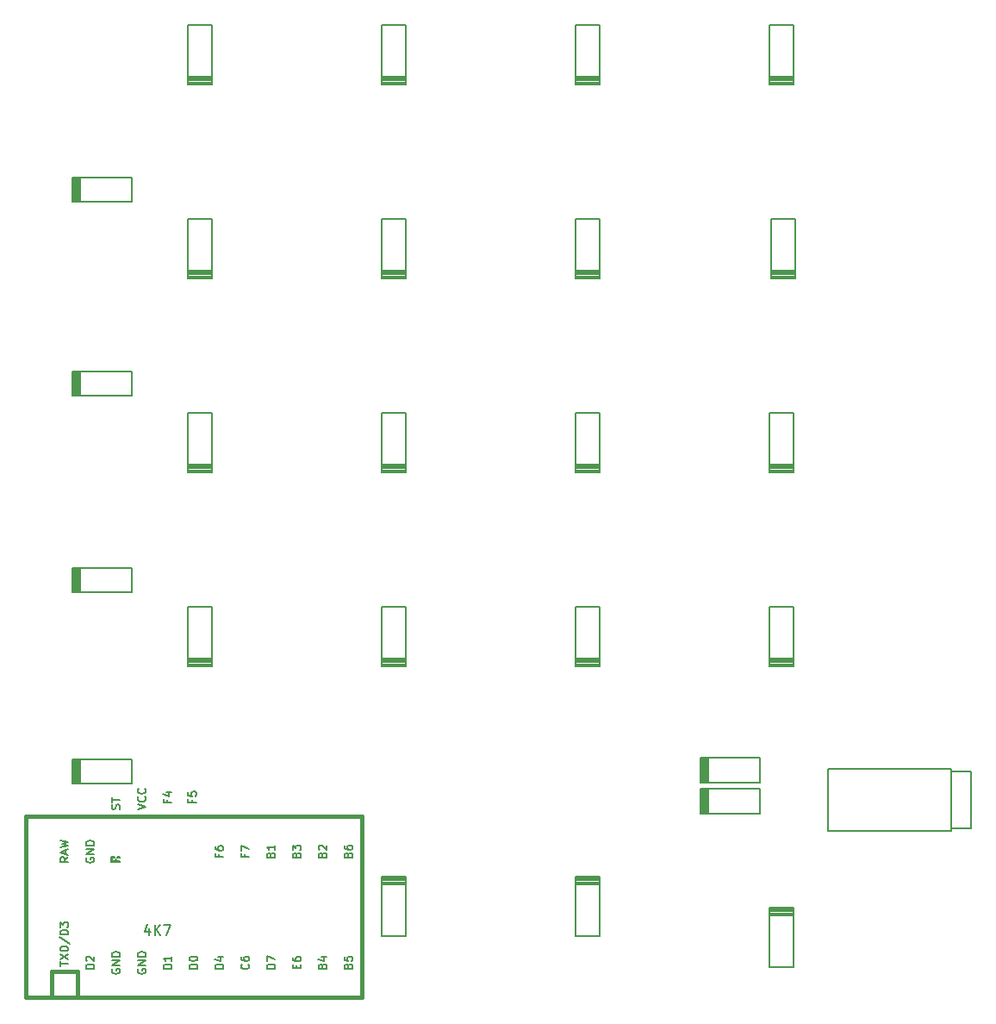
<source format=gbr>
G04 #@! TF.GenerationSoftware,KiCad,Pcbnew,5.1.3-ffb9f22~84~ubuntu19.04.1*
G04 #@! TF.CreationDate,2019-08-05T11:02:01+08:00*
G04 #@! TF.ProjectId,fissure,66697373-7572-4652-9e6b-696361645f70,rev?*
G04 #@! TF.SameCoordinates,Original*
G04 #@! TF.FileFunction,Legend,Top*
G04 #@! TF.FilePolarity,Positive*
%FSLAX46Y46*%
G04 Gerber Fmt 4.6, Leading zero omitted, Abs format (unit mm)*
G04 Created by KiCad (PCBNEW 5.1.3-ffb9f22~84~ubuntu19.04.1) date 2019-08-05 11:02:01*
%MOMM*%
%LPD*%
G04 APERTURE LIST*
%ADD10C,0.150000*%
%ADD11C,0.200000*%
%ADD12C,0.381000*%
G04 APERTURE END LIST*
D10*
X35282285Y-105957714D02*
X35282285Y-106624380D01*
X35044190Y-105576761D02*
X34806095Y-106291047D01*
X35425142Y-106291047D01*
X35806095Y-106624380D02*
X35806095Y-105624380D01*
X36377523Y-106624380D02*
X35948952Y-106052952D01*
X36377523Y-105624380D02*
X35806095Y-106195809D01*
X36710857Y-105624380D02*
X37377523Y-105624380D01*
X36948952Y-106624380D01*
D11*
X60509000Y-74416000D02*
X60509000Y-80216000D01*
X58109000Y-74416000D02*
X60509000Y-74416000D01*
X58109000Y-80216000D02*
X58109000Y-74416000D01*
X58109000Y-80141000D02*
X60509000Y-80141000D01*
X58109000Y-80016000D02*
X60509000Y-80016000D01*
X60509000Y-80241000D02*
X58109000Y-80241000D01*
X58109000Y-79841000D02*
X60509000Y-79841000D01*
X58109000Y-79666000D02*
X60509000Y-79666000D01*
X58109000Y-79491000D02*
X60509000Y-79491000D01*
D12*
X25654000Y-110236000D02*
X25654000Y-112776000D01*
X23114000Y-112776000D02*
X25654000Y-112776000D01*
X23114000Y-94996000D02*
X23114000Y-112776000D01*
X25654000Y-94996000D02*
X23114000Y-94996000D01*
D10*
G36*
X32133360Y-98954432D02*
G01*
X32333360Y-98954432D01*
X32333360Y-99054432D01*
X32133360Y-99054432D01*
X32133360Y-98954432D01*
G37*
X32133360Y-98954432D02*
X32333360Y-98954432D01*
X32333360Y-99054432D01*
X32133360Y-99054432D01*
X32133360Y-98954432D01*
G36*
X31533360Y-99354432D02*
G01*
X32333360Y-99354432D01*
X32333360Y-99454432D01*
X31533360Y-99454432D01*
X31533360Y-99354432D01*
G37*
X31533360Y-99354432D02*
X32333360Y-99354432D01*
X32333360Y-99454432D01*
X31533360Y-99454432D01*
X31533360Y-99354432D01*
G36*
X31533360Y-98954432D02*
G01*
X31633360Y-98954432D01*
X31633360Y-99454432D01*
X31533360Y-99454432D01*
X31533360Y-98954432D01*
G37*
X31533360Y-98954432D02*
X31633360Y-98954432D01*
X31633360Y-99454432D01*
X31533360Y-99454432D01*
X31533360Y-98954432D01*
G36*
X31933360Y-99154432D02*
G01*
X32033360Y-99154432D01*
X32033360Y-99254432D01*
X31933360Y-99254432D01*
X31933360Y-99154432D01*
G37*
X31933360Y-99154432D02*
X32033360Y-99154432D01*
X32033360Y-99254432D01*
X31933360Y-99254432D01*
X31933360Y-99154432D01*
G36*
X31533360Y-98954432D02*
G01*
X31833360Y-98954432D01*
X31833360Y-99054432D01*
X31533360Y-99054432D01*
X31533360Y-98954432D01*
G37*
X31533360Y-98954432D02*
X31833360Y-98954432D01*
X31833360Y-99054432D01*
X31533360Y-99054432D01*
X31533360Y-98954432D01*
D12*
X28194000Y-110236000D02*
X28194000Y-112776000D01*
X25654000Y-110236000D02*
X28194000Y-110236000D01*
X56134000Y-94996000D02*
X25654000Y-94996000D01*
X56134000Y-112776000D02*
X56134000Y-94996000D01*
X25654000Y-112776000D02*
X56134000Y-112776000D01*
D11*
X58109000Y-106686000D02*
X58109000Y-100886000D01*
X60509000Y-106686000D02*
X58109000Y-106686000D01*
X60509000Y-100886000D02*
X60509000Y-106686000D01*
X60509000Y-100961000D02*
X58109000Y-100961000D01*
X60509000Y-101086000D02*
X58109000Y-101086000D01*
X58109000Y-100861000D02*
X60509000Y-100861000D01*
X60509000Y-101261000D02*
X58109000Y-101261000D01*
X60509000Y-101436000D02*
X58109000Y-101436000D01*
X60509000Y-101611000D02*
X58109000Y-101611000D01*
X96209000Y-109734000D02*
X96209000Y-103934000D01*
X98609000Y-109734000D02*
X96209000Y-109734000D01*
X98609000Y-103934000D02*
X98609000Y-109734000D01*
X98609000Y-104009000D02*
X96209000Y-104009000D01*
X98609000Y-104134000D02*
X96209000Y-104134000D01*
X96209000Y-103909000D02*
X98609000Y-103909000D01*
X98609000Y-104309000D02*
X96209000Y-104309000D01*
X98609000Y-104484000D02*
X96209000Y-104484000D01*
X98609000Y-104659000D02*
X96209000Y-104659000D01*
X95256000Y-94672000D02*
X89456000Y-94672000D01*
X95256000Y-92272000D02*
X95256000Y-94672000D01*
X89456000Y-92272000D02*
X95256000Y-92272000D01*
X89531000Y-92272000D02*
X89531000Y-94672000D01*
X89656000Y-92272000D02*
X89656000Y-94672000D01*
X89431000Y-94672000D02*
X89431000Y-92272000D01*
X89831000Y-92272000D02*
X89831000Y-94672000D01*
X90006000Y-92272000D02*
X90006000Y-94672000D01*
X90181000Y-92272000D02*
X90181000Y-94672000D01*
X95256000Y-91624000D02*
X89456000Y-91624000D01*
X95256000Y-89224000D02*
X95256000Y-91624000D01*
X89456000Y-89224000D02*
X95256000Y-89224000D01*
X89531000Y-89224000D02*
X89531000Y-91624000D01*
X89656000Y-89224000D02*
X89656000Y-91624000D01*
X89431000Y-91624000D02*
X89431000Y-89224000D01*
X89831000Y-89224000D02*
X89831000Y-91624000D01*
X90006000Y-89224000D02*
X90006000Y-91624000D01*
X90181000Y-89224000D02*
X90181000Y-91624000D01*
X98609000Y-74416000D02*
X98609000Y-80216000D01*
X96209000Y-74416000D02*
X98609000Y-74416000D01*
X96209000Y-80216000D02*
X96209000Y-74416000D01*
X96209000Y-80141000D02*
X98609000Y-80141000D01*
X96209000Y-80016000D02*
X98609000Y-80016000D01*
X98609000Y-80241000D02*
X96209000Y-80241000D01*
X96209000Y-79841000D02*
X98609000Y-79841000D01*
X96209000Y-79666000D02*
X98609000Y-79666000D01*
X96209000Y-79491000D02*
X98609000Y-79491000D01*
X98609000Y-55366000D02*
X98609000Y-61166000D01*
X96209000Y-55366000D02*
X98609000Y-55366000D01*
X96209000Y-61166000D02*
X96209000Y-55366000D01*
X96209000Y-61091000D02*
X98609000Y-61091000D01*
X96209000Y-60966000D02*
X98609000Y-60966000D01*
X98609000Y-61191000D02*
X96209000Y-61191000D01*
X96209000Y-60791000D02*
X98609000Y-60791000D01*
X96209000Y-60616000D02*
X98609000Y-60616000D01*
X96209000Y-60441000D02*
X98609000Y-60441000D01*
X96336000Y-41391000D02*
X98736000Y-41391000D01*
X96336000Y-41566000D02*
X98736000Y-41566000D01*
X96336000Y-41741000D02*
X98736000Y-41741000D01*
X98736000Y-42141000D02*
X96336000Y-42141000D01*
X96336000Y-41916000D02*
X98736000Y-41916000D01*
X96336000Y-42041000D02*
X98736000Y-42041000D01*
X96336000Y-42116000D02*
X96336000Y-36316000D01*
X96336000Y-36316000D02*
X98736000Y-36316000D01*
X98736000Y-36316000D02*
X98736000Y-42116000D01*
X98609000Y-17266000D02*
X98609000Y-23066000D01*
X96209000Y-17266000D02*
X98609000Y-17266000D01*
X96209000Y-23066000D02*
X96209000Y-17266000D01*
X96209000Y-22991000D02*
X98609000Y-22991000D01*
X96209000Y-22866000D02*
X98609000Y-22866000D01*
X98609000Y-23091000D02*
X96209000Y-23091000D01*
X96209000Y-22691000D02*
X98609000Y-22691000D01*
X96209000Y-22516000D02*
X98609000Y-22516000D01*
X96209000Y-22341000D02*
X98609000Y-22341000D01*
X77159000Y-106686000D02*
X77159000Y-100886000D01*
X79559000Y-106686000D02*
X77159000Y-106686000D01*
X79559000Y-100886000D02*
X79559000Y-106686000D01*
X79559000Y-100961000D02*
X77159000Y-100961000D01*
X79559000Y-101086000D02*
X77159000Y-101086000D01*
X77159000Y-100861000D02*
X79559000Y-100861000D01*
X79559000Y-101261000D02*
X77159000Y-101261000D01*
X79559000Y-101436000D02*
X77159000Y-101436000D01*
X79559000Y-101611000D02*
X77159000Y-101611000D01*
X79559000Y-74416000D02*
X79559000Y-80216000D01*
X77159000Y-74416000D02*
X79559000Y-74416000D01*
X77159000Y-80216000D02*
X77159000Y-74416000D01*
X77159000Y-80141000D02*
X79559000Y-80141000D01*
X77159000Y-80016000D02*
X79559000Y-80016000D01*
X79559000Y-80241000D02*
X77159000Y-80241000D01*
X77159000Y-79841000D02*
X79559000Y-79841000D01*
X77159000Y-79666000D02*
X79559000Y-79666000D01*
X77159000Y-79491000D02*
X79559000Y-79491000D01*
X79559000Y-55366000D02*
X79559000Y-61166000D01*
X77159000Y-55366000D02*
X79559000Y-55366000D01*
X77159000Y-61166000D02*
X77159000Y-55366000D01*
X77159000Y-61091000D02*
X79559000Y-61091000D01*
X77159000Y-60966000D02*
X79559000Y-60966000D01*
X79559000Y-61191000D02*
X77159000Y-61191000D01*
X77159000Y-60791000D02*
X79559000Y-60791000D01*
X77159000Y-60616000D02*
X79559000Y-60616000D01*
X77159000Y-60441000D02*
X79559000Y-60441000D01*
X79559000Y-36316000D02*
X79559000Y-42116000D01*
X77159000Y-36316000D02*
X79559000Y-36316000D01*
X77159000Y-42116000D02*
X77159000Y-36316000D01*
X77159000Y-42041000D02*
X79559000Y-42041000D01*
X77159000Y-41916000D02*
X79559000Y-41916000D01*
X79559000Y-42141000D02*
X77159000Y-42141000D01*
X77159000Y-41741000D02*
X79559000Y-41741000D01*
X77159000Y-41566000D02*
X79559000Y-41566000D01*
X77159000Y-41391000D02*
X79559000Y-41391000D01*
X79559000Y-17266000D02*
X79559000Y-23066000D01*
X77159000Y-17266000D02*
X79559000Y-17266000D01*
X77159000Y-23066000D02*
X77159000Y-17266000D01*
X77159000Y-22991000D02*
X79559000Y-22991000D01*
X77159000Y-22866000D02*
X79559000Y-22866000D01*
X79559000Y-23091000D02*
X77159000Y-23091000D01*
X77159000Y-22691000D02*
X79559000Y-22691000D01*
X77159000Y-22516000D02*
X79559000Y-22516000D01*
X77159000Y-22341000D02*
X79559000Y-22341000D01*
X60509000Y-55366000D02*
X60509000Y-61166000D01*
X58109000Y-55366000D02*
X60509000Y-55366000D01*
X58109000Y-61166000D02*
X58109000Y-55366000D01*
X58109000Y-61091000D02*
X60509000Y-61091000D01*
X58109000Y-60966000D02*
X60509000Y-60966000D01*
X60509000Y-61191000D02*
X58109000Y-61191000D01*
X58109000Y-60791000D02*
X60509000Y-60791000D01*
X58109000Y-60616000D02*
X60509000Y-60616000D01*
X58109000Y-60441000D02*
X60509000Y-60441000D01*
X60509000Y-36316000D02*
X60509000Y-42116000D01*
X58109000Y-36316000D02*
X60509000Y-36316000D01*
X58109000Y-42116000D02*
X58109000Y-36316000D01*
X58109000Y-42041000D02*
X60509000Y-42041000D01*
X58109000Y-41916000D02*
X60509000Y-41916000D01*
X60509000Y-42141000D02*
X58109000Y-42141000D01*
X58109000Y-41741000D02*
X60509000Y-41741000D01*
X58109000Y-41566000D02*
X60509000Y-41566000D01*
X58109000Y-41391000D02*
X60509000Y-41391000D01*
X60509000Y-17266000D02*
X60509000Y-23066000D01*
X58109000Y-17266000D02*
X60509000Y-17266000D01*
X58109000Y-23066000D02*
X58109000Y-17266000D01*
X58109000Y-22991000D02*
X60509000Y-22991000D01*
X58109000Y-22866000D02*
X60509000Y-22866000D01*
X60509000Y-23091000D02*
X58109000Y-23091000D01*
X58109000Y-22691000D02*
X60509000Y-22691000D01*
X58109000Y-22516000D02*
X60509000Y-22516000D01*
X58109000Y-22341000D02*
X60509000Y-22341000D01*
X41459000Y-74416000D02*
X41459000Y-80216000D01*
X39059000Y-74416000D02*
X41459000Y-74416000D01*
X39059000Y-80216000D02*
X39059000Y-74416000D01*
X39059000Y-80141000D02*
X41459000Y-80141000D01*
X39059000Y-80016000D02*
X41459000Y-80016000D01*
X41459000Y-80241000D02*
X39059000Y-80241000D01*
X39059000Y-79841000D02*
X41459000Y-79841000D01*
X39059000Y-79666000D02*
X41459000Y-79666000D01*
X39059000Y-79491000D02*
X41459000Y-79491000D01*
X41459000Y-55366000D02*
X41459000Y-61166000D01*
X39059000Y-55366000D02*
X41459000Y-55366000D01*
X39059000Y-61166000D02*
X39059000Y-55366000D01*
X39059000Y-61091000D02*
X41459000Y-61091000D01*
X39059000Y-60966000D02*
X41459000Y-60966000D01*
X41459000Y-61191000D02*
X39059000Y-61191000D01*
X39059000Y-60791000D02*
X41459000Y-60791000D01*
X39059000Y-60616000D02*
X41459000Y-60616000D01*
X39059000Y-60441000D02*
X41459000Y-60441000D01*
X41459000Y-36316000D02*
X41459000Y-42116000D01*
X39059000Y-36316000D02*
X41459000Y-36316000D01*
X39059000Y-42116000D02*
X39059000Y-36316000D01*
X39059000Y-42041000D02*
X41459000Y-42041000D01*
X39059000Y-41916000D02*
X41459000Y-41916000D01*
X41459000Y-42141000D02*
X39059000Y-42141000D01*
X39059000Y-41741000D02*
X41459000Y-41741000D01*
X39059000Y-41566000D02*
X41459000Y-41566000D01*
X39059000Y-41391000D02*
X41459000Y-41391000D01*
X41459000Y-17266000D02*
X41459000Y-23066000D01*
X39059000Y-17266000D02*
X41459000Y-17266000D01*
X39059000Y-23066000D02*
X39059000Y-17266000D01*
X39059000Y-22991000D02*
X41459000Y-22991000D01*
X39059000Y-22866000D02*
X41459000Y-22866000D01*
X41459000Y-23091000D02*
X39059000Y-23091000D01*
X39059000Y-22691000D02*
X41459000Y-22691000D01*
X39059000Y-22516000D02*
X41459000Y-22516000D01*
X39059000Y-22341000D02*
X41459000Y-22341000D01*
X33534000Y-91751000D02*
X27734000Y-91751000D01*
X33534000Y-89351000D02*
X33534000Y-91751000D01*
X27734000Y-89351000D02*
X33534000Y-89351000D01*
X27809000Y-89351000D02*
X27809000Y-91751000D01*
X27934000Y-89351000D02*
X27934000Y-91751000D01*
X27709000Y-91751000D02*
X27709000Y-89351000D01*
X28109000Y-89351000D02*
X28109000Y-91751000D01*
X28284000Y-89351000D02*
X28284000Y-91751000D01*
X28459000Y-89351000D02*
X28459000Y-91751000D01*
X33534000Y-72955000D02*
X27734000Y-72955000D01*
X33534000Y-70555000D02*
X33534000Y-72955000D01*
X27734000Y-70555000D02*
X33534000Y-70555000D01*
X27809000Y-70555000D02*
X27809000Y-72955000D01*
X27934000Y-70555000D02*
X27934000Y-72955000D01*
X27709000Y-72955000D02*
X27709000Y-70555000D01*
X28109000Y-70555000D02*
X28109000Y-72955000D01*
X28284000Y-70555000D02*
X28284000Y-72955000D01*
X28459000Y-70555000D02*
X28459000Y-72955000D01*
X33534000Y-53651000D02*
X27734000Y-53651000D01*
X33534000Y-51251000D02*
X33534000Y-53651000D01*
X27734000Y-51251000D02*
X33534000Y-51251000D01*
X27809000Y-51251000D02*
X27809000Y-53651000D01*
X27934000Y-51251000D02*
X27934000Y-53651000D01*
X27709000Y-53651000D02*
X27709000Y-51251000D01*
X28109000Y-51251000D02*
X28109000Y-53651000D01*
X28284000Y-51251000D02*
X28284000Y-53651000D01*
X28459000Y-51251000D02*
X28459000Y-53651000D01*
X33534000Y-34601000D02*
X27734000Y-34601000D01*
X33534000Y-32201000D02*
X33534000Y-34601000D01*
X27734000Y-32201000D02*
X33534000Y-32201000D01*
X27809000Y-32201000D02*
X27809000Y-34601000D01*
X27934000Y-32201000D02*
X27934000Y-34601000D01*
X27709000Y-34601000D02*
X27709000Y-32201000D01*
X28109000Y-32201000D02*
X28109000Y-34601000D01*
X28284000Y-32201000D02*
X28284000Y-34601000D01*
X28459000Y-32201000D02*
X28459000Y-34601000D01*
D10*
X114046000Y-96395000D02*
X114046000Y-90295000D01*
X101946000Y-96395000D02*
X101946000Y-90295000D01*
X114046000Y-96395000D02*
X101946000Y-96395000D01*
X114046000Y-90295000D02*
X101946000Y-90295000D01*
X114046000Y-96145000D02*
X116046000Y-96145000D01*
X114046000Y-90545000D02*
X116046000Y-90545000D01*
X116046000Y-96145000D02*
X116046000Y-90545000D01*
X26485904Y-109648348D02*
X26485904Y-109191205D01*
X27285904Y-109419776D02*
X26485904Y-109419776D01*
X26485904Y-109000729D02*
X27285904Y-108467395D01*
X26485904Y-108467395D02*
X27285904Y-109000729D01*
X26485904Y-108010252D02*
X26485904Y-107934062D01*
X26524000Y-107857872D01*
X26562095Y-107819776D01*
X26638285Y-107781681D01*
X26790666Y-107743586D01*
X26981142Y-107743586D01*
X27133523Y-107781681D01*
X27209714Y-107819776D01*
X27247809Y-107857872D01*
X27285904Y-107934062D01*
X27285904Y-108010252D01*
X27247809Y-108086443D01*
X27209714Y-108124538D01*
X27133523Y-108162633D01*
X26981142Y-108200729D01*
X26790666Y-108200729D01*
X26638285Y-108162633D01*
X26562095Y-108124538D01*
X26524000Y-108086443D01*
X26485904Y-108010252D01*
X26447809Y-106829300D02*
X27476380Y-107515014D01*
X27285904Y-106562633D02*
X26485904Y-106562633D01*
X26485904Y-106372157D01*
X26524000Y-106257872D01*
X26600190Y-106181681D01*
X26676380Y-106143586D01*
X26828761Y-106105491D01*
X26943047Y-106105491D01*
X27095428Y-106143586D01*
X27171619Y-106181681D01*
X27247809Y-106257872D01*
X27285904Y-106372157D01*
X27285904Y-106562633D01*
X26485904Y-105838824D02*
X26485904Y-105343586D01*
X26790666Y-105610252D01*
X26790666Y-105495967D01*
X26828761Y-105419776D01*
X26866857Y-105381681D01*
X26943047Y-105343586D01*
X27133523Y-105343586D01*
X27209714Y-105381681D01*
X27247809Y-105419776D01*
X27285904Y-105495967D01*
X27285904Y-105724538D01*
X27247809Y-105800729D01*
X27209714Y-105838824D01*
X29825904Y-109937476D02*
X29025904Y-109937476D01*
X29025904Y-109747000D01*
X29064000Y-109632714D01*
X29140190Y-109556523D01*
X29216380Y-109518428D01*
X29368761Y-109480333D01*
X29483047Y-109480333D01*
X29635428Y-109518428D01*
X29711619Y-109556523D01*
X29787809Y-109632714D01*
X29825904Y-109747000D01*
X29825904Y-109937476D01*
X29102095Y-109175571D02*
X29064000Y-109137476D01*
X29025904Y-109061285D01*
X29025904Y-108870809D01*
X29064000Y-108794619D01*
X29102095Y-108756523D01*
X29178285Y-108718428D01*
X29254476Y-108718428D01*
X29368761Y-108756523D01*
X29825904Y-109213666D01*
X29825904Y-108718428D01*
X39985904Y-109937476D02*
X39185904Y-109937476D01*
X39185904Y-109747000D01*
X39224000Y-109632714D01*
X39300190Y-109556523D01*
X39376380Y-109518428D01*
X39528761Y-109480333D01*
X39643047Y-109480333D01*
X39795428Y-109518428D01*
X39871619Y-109556523D01*
X39947809Y-109632714D01*
X39985904Y-109747000D01*
X39985904Y-109937476D01*
X39185904Y-108985095D02*
X39185904Y-108908904D01*
X39224000Y-108832714D01*
X39262095Y-108794619D01*
X39338285Y-108756523D01*
X39490666Y-108718428D01*
X39681142Y-108718428D01*
X39833523Y-108756523D01*
X39909714Y-108794619D01*
X39947809Y-108832714D01*
X39985904Y-108908904D01*
X39985904Y-108985095D01*
X39947809Y-109061285D01*
X39909714Y-109099380D01*
X39833523Y-109137476D01*
X39681142Y-109175571D01*
X39490666Y-109175571D01*
X39338285Y-109137476D01*
X39262095Y-109099380D01*
X39224000Y-109061285D01*
X39185904Y-108985095D01*
X37445904Y-109937476D02*
X36645904Y-109937476D01*
X36645904Y-109747000D01*
X36684000Y-109632714D01*
X36760190Y-109556523D01*
X36836380Y-109518428D01*
X36988761Y-109480333D01*
X37103047Y-109480333D01*
X37255428Y-109518428D01*
X37331619Y-109556523D01*
X37407809Y-109632714D01*
X37445904Y-109747000D01*
X37445904Y-109937476D01*
X37445904Y-108718428D02*
X37445904Y-109175571D01*
X37445904Y-108947000D02*
X36645904Y-108947000D01*
X36760190Y-109023190D01*
X36836380Y-109099380D01*
X36874476Y-109175571D01*
X34144000Y-109956523D02*
X34105904Y-110032714D01*
X34105904Y-110147000D01*
X34144000Y-110261285D01*
X34220190Y-110337476D01*
X34296380Y-110375571D01*
X34448761Y-110413666D01*
X34563047Y-110413666D01*
X34715428Y-110375571D01*
X34791619Y-110337476D01*
X34867809Y-110261285D01*
X34905904Y-110147000D01*
X34905904Y-110070809D01*
X34867809Y-109956523D01*
X34829714Y-109918428D01*
X34563047Y-109918428D01*
X34563047Y-110070809D01*
X34905904Y-109575571D02*
X34105904Y-109575571D01*
X34905904Y-109118428D01*
X34105904Y-109118428D01*
X34905904Y-108737476D02*
X34105904Y-108737476D01*
X34105904Y-108547000D01*
X34144000Y-108432714D01*
X34220190Y-108356523D01*
X34296380Y-108318428D01*
X34448761Y-108280333D01*
X34563047Y-108280333D01*
X34715428Y-108318428D01*
X34791619Y-108356523D01*
X34867809Y-108432714D01*
X34905904Y-108547000D01*
X34905904Y-108737476D01*
X31604000Y-109956523D02*
X31565904Y-110032714D01*
X31565904Y-110147000D01*
X31604000Y-110261285D01*
X31680190Y-110337476D01*
X31756380Y-110375571D01*
X31908761Y-110413666D01*
X32023047Y-110413666D01*
X32175428Y-110375571D01*
X32251619Y-110337476D01*
X32327809Y-110261285D01*
X32365904Y-110147000D01*
X32365904Y-110070809D01*
X32327809Y-109956523D01*
X32289714Y-109918428D01*
X32023047Y-109918428D01*
X32023047Y-110070809D01*
X32365904Y-109575571D02*
X31565904Y-109575571D01*
X32365904Y-109118428D01*
X31565904Y-109118428D01*
X32365904Y-108737476D02*
X31565904Y-108737476D01*
X31565904Y-108547000D01*
X31604000Y-108432714D01*
X31680190Y-108356523D01*
X31756380Y-108318428D01*
X31908761Y-108280333D01*
X32023047Y-108280333D01*
X32175428Y-108318428D01*
X32251619Y-108356523D01*
X32327809Y-108432714D01*
X32365904Y-108547000D01*
X32365904Y-108737476D01*
X42525904Y-109937476D02*
X41725904Y-109937476D01*
X41725904Y-109747000D01*
X41764000Y-109632714D01*
X41840190Y-109556523D01*
X41916380Y-109518428D01*
X42068761Y-109480333D01*
X42183047Y-109480333D01*
X42335428Y-109518428D01*
X42411619Y-109556523D01*
X42487809Y-109632714D01*
X42525904Y-109747000D01*
X42525904Y-109937476D01*
X41992571Y-108794619D02*
X42525904Y-108794619D01*
X41687809Y-108985095D02*
X42259238Y-109175571D01*
X42259238Y-108680333D01*
X44989714Y-109480333D02*
X45027809Y-109518428D01*
X45065904Y-109632714D01*
X45065904Y-109708904D01*
X45027809Y-109823190D01*
X44951619Y-109899380D01*
X44875428Y-109937476D01*
X44723047Y-109975571D01*
X44608761Y-109975571D01*
X44456380Y-109937476D01*
X44380190Y-109899380D01*
X44304000Y-109823190D01*
X44265904Y-109708904D01*
X44265904Y-109632714D01*
X44304000Y-109518428D01*
X44342095Y-109480333D01*
X44265904Y-108794619D02*
X44265904Y-108947000D01*
X44304000Y-109023190D01*
X44342095Y-109061285D01*
X44456380Y-109137476D01*
X44608761Y-109175571D01*
X44913523Y-109175571D01*
X44989714Y-109137476D01*
X45027809Y-109099380D01*
X45065904Y-109023190D01*
X45065904Y-108870809D01*
X45027809Y-108794619D01*
X44989714Y-108756523D01*
X44913523Y-108718428D01*
X44723047Y-108718428D01*
X44646857Y-108756523D01*
X44608761Y-108794619D01*
X44570666Y-108870809D01*
X44570666Y-109023190D01*
X44608761Y-109099380D01*
X44646857Y-109137476D01*
X44723047Y-109175571D01*
X47605904Y-109937476D02*
X46805904Y-109937476D01*
X46805904Y-109747000D01*
X46844000Y-109632714D01*
X46920190Y-109556523D01*
X46996380Y-109518428D01*
X47148761Y-109480333D01*
X47263047Y-109480333D01*
X47415428Y-109518428D01*
X47491619Y-109556523D01*
X47567809Y-109632714D01*
X47605904Y-109747000D01*
X47605904Y-109937476D01*
X46805904Y-109213666D02*
X46805904Y-108680333D01*
X47605904Y-109023190D01*
X49726857Y-109899380D02*
X49726857Y-109632714D01*
X50145904Y-109518428D02*
X50145904Y-109899380D01*
X49345904Y-109899380D01*
X49345904Y-109518428D01*
X49345904Y-108832714D02*
X49345904Y-108985095D01*
X49384000Y-109061285D01*
X49422095Y-109099380D01*
X49536380Y-109175571D01*
X49688761Y-109213666D01*
X49993523Y-109213666D01*
X50069714Y-109175571D01*
X50107809Y-109137476D01*
X50145904Y-109061285D01*
X50145904Y-108908904D01*
X50107809Y-108832714D01*
X50069714Y-108794619D01*
X49993523Y-108756523D01*
X49803047Y-108756523D01*
X49726857Y-108794619D01*
X49688761Y-108832714D01*
X49650666Y-108908904D01*
X49650666Y-109061285D01*
X49688761Y-109137476D01*
X49726857Y-109175571D01*
X49803047Y-109213666D01*
X52266857Y-109670809D02*
X52304952Y-109556523D01*
X52343047Y-109518428D01*
X52419238Y-109480333D01*
X52533523Y-109480333D01*
X52609714Y-109518428D01*
X52647809Y-109556523D01*
X52685904Y-109632714D01*
X52685904Y-109937476D01*
X51885904Y-109937476D01*
X51885904Y-109670809D01*
X51924000Y-109594619D01*
X51962095Y-109556523D01*
X52038285Y-109518428D01*
X52114476Y-109518428D01*
X52190666Y-109556523D01*
X52228761Y-109594619D01*
X52266857Y-109670809D01*
X52266857Y-109937476D01*
X52152571Y-108794619D02*
X52685904Y-108794619D01*
X51847809Y-108985095D02*
X52419238Y-109175571D01*
X52419238Y-108680333D01*
X54806857Y-109670809D02*
X54844952Y-109556523D01*
X54883047Y-109518428D01*
X54959238Y-109480333D01*
X55073523Y-109480333D01*
X55149714Y-109518428D01*
X55187809Y-109556523D01*
X55225904Y-109632714D01*
X55225904Y-109937476D01*
X54425904Y-109937476D01*
X54425904Y-109670809D01*
X54464000Y-109594619D01*
X54502095Y-109556523D01*
X54578285Y-109518428D01*
X54654476Y-109518428D01*
X54730666Y-109556523D01*
X54768761Y-109594619D01*
X54806857Y-109670809D01*
X54806857Y-109937476D01*
X54425904Y-108756523D02*
X54425904Y-109137476D01*
X54806857Y-109175571D01*
X54768761Y-109137476D01*
X54730666Y-109061285D01*
X54730666Y-108870809D01*
X54768761Y-108794619D01*
X54806857Y-108756523D01*
X54883047Y-108718428D01*
X55073523Y-108718428D01*
X55149714Y-108756523D01*
X55187809Y-108794619D01*
X55225904Y-108870809D01*
X55225904Y-109061285D01*
X55187809Y-109137476D01*
X55149714Y-109175571D01*
X54806857Y-98748809D02*
X54844952Y-98634523D01*
X54883047Y-98596428D01*
X54959238Y-98558333D01*
X55073523Y-98558333D01*
X55149714Y-98596428D01*
X55187809Y-98634523D01*
X55225904Y-98710714D01*
X55225904Y-99015476D01*
X54425904Y-99015476D01*
X54425904Y-98748809D01*
X54464000Y-98672619D01*
X54502095Y-98634523D01*
X54578285Y-98596428D01*
X54654476Y-98596428D01*
X54730666Y-98634523D01*
X54768761Y-98672619D01*
X54806857Y-98748809D01*
X54806857Y-99015476D01*
X54425904Y-97872619D02*
X54425904Y-98025000D01*
X54464000Y-98101190D01*
X54502095Y-98139285D01*
X54616380Y-98215476D01*
X54768761Y-98253571D01*
X55073523Y-98253571D01*
X55149714Y-98215476D01*
X55187809Y-98177380D01*
X55225904Y-98101190D01*
X55225904Y-97948809D01*
X55187809Y-97872619D01*
X55149714Y-97834523D01*
X55073523Y-97796428D01*
X54883047Y-97796428D01*
X54806857Y-97834523D01*
X54768761Y-97872619D01*
X54730666Y-97948809D01*
X54730666Y-98101190D01*
X54768761Y-98177380D01*
X54806857Y-98215476D01*
X54883047Y-98253571D01*
X49726857Y-98748809D02*
X49764952Y-98634523D01*
X49803047Y-98596428D01*
X49879238Y-98558333D01*
X49993523Y-98558333D01*
X50069714Y-98596428D01*
X50107809Y-98634523D01*
X50145904Y-98710714D01*
X50145904Y-99015476D01*
X49345904Y-99015476D01*
X49345904Y-98748809D01*
X49384000Y-98672619D01*
X49422095Y-98634523D01*
X49498285Y-98596428D01*
X49574476Y-98596428D01*
X49650666Y-98634523D01*
X49688761Y-98672619D01*
X49726857Y-98748809D01*
X49726857Y-99015476D01*
X49345904Y-98291666D02*
X49345904Y-97796428D01*
X49650666Y-98063095D01*
X49650666Y-97948809D01*
X49688761Y-97872619D01*
X49726857Y-97834523D01*
X49803047Y-97796428D01*
X49993523Y-97796428D01*
X50069714Y-97834523D01*
X50107809Y-97872619D01*
X50145904Y-97948809D01*
X50145904Y-98177380D01*
X50107809Y-98253571D01*
X50069714Y-98291666D01*
X47186857Y-98748809D02*
X47224952Y-98634523D01*
X47263047Y-98596428D01*
X47339238Y-98558333D01*
X47453523Y-98558333D01*
X47529714Y-98596428D01*
X47567809Y-98634523D01*
X47605904Y-98710714D01*
X47605904Y-99015476D01*
X46805904Y-99015476D01*
X46805904Y-98748809D01*
X46844000Y-98672619D01*
X46882095Y-98634523D01*
X46958285Y-98596428D01*
X47034476Y-98596428D01*
X47110666Y-98634523D01*
X47148761Y-98672619D01*
X47186857Y-98748809D01*
X47186857Y-99015476D01*
X47605904Y-97796428D02*
X47605904Y-98253571D01*
X47605904Y-98025000D02*
X46805904Y-98025000D01*
X46920190Y-98101190D01*
X46996380Y-98177380D01*
X47034476Y-98253571D01*
X37026857Y-93357666D02*
X37026857Y-93624333D01*
X37445904Y-93624333D02*
X36645904Y-93624333D01*
X36645904Y-93243380D01*
X36912571Y-92595761D02*
X37445904Y-92595761D01*
X36607809Y-92786238D02*
X37179238Y-92976714D01*
X37179238Y-92481476D01*
X34105904Y-94284666D02*
X34905904Y-94018000D01*
X34105904Y-93751333D01*
X34829714Y-93027523D02*
X34867809Y-93065619D01*
X34905904Y-93179904D01*
X34905904Y-93256095D01*
X34867809Y-93370380D01*
X34791619Y-93446571D01*
X34715428Y-93484666D01*
X34563047Y-93522761D01*
X34448761Y-93522761D01*
X34296380Y-93484666D01*
X34220190Y-93446571D01*
X34144000Y-93370380D01*
X34105904Y-93256095D01*
X34105904Y-93179904D01*
X34144000Y-93065619D01*
X34182095Y-93027523D01*
X34829714Y-92227523D02*
X34867809Y-92265619D01*
X34905904Y-92379904D01*
X34905904Y-92456095D01*
X34867809Y-92570380D01*
X34791619Y-92646571D01*
X34715428Y-92684666D01*
X34563047Y-92722761D01*
X34448761Y-92722761D01*
X34296380Y-92684666D01*
X34220190Y-92646571D01*
X34144000Y-92570380D01*
X34105904Y-92456095D01*
X34105904Y-92379904D01*
X34144000Y-92265619D01*
X34182095Y-92227523D01*
X32327809Y-94259333D02*
X32365904Y-94145047D01*
X32365904Y-93954571D01*
X32327809Y-93878380D01*
X32289714Y-93840285D01*
X32213523Y-93802190D01*
X32137333Y-93802190D01*
X32061142Y-93840285D01*
X32023047Y-93878380D01*
X31984952Y-93954571D01*
X31946857Y-94106952D01*
X31908761Y-94183142D01*
X31870666Y-94221238D01*
X31794476Y-94259333D01*
X31718285Y-94259333D01*
X31642095Y-94221238D01*
X31604000Y-94183142D01*
X31565904Y-94106952D01*
X31565904Y-93916476D01*
X31604000Y-93802190D01*
X31565904Y-93573619D02*
X31565904Y-93116476D01*
X32365904Y-93345047D02*
X31565904Y-93345047D01*
X29064000Y-99034523D02*
X29025904Y-99110714D01*
X29025904Y-99225000D01*
X29064000Y-99339285D01*
X29140190Y-99415476D01*
X29216380Y-99453571D01*
X29368761Y-99491666D01*
X29483047Y-99491666D01*
X29635428Y-99453571D01*
X29711619Y-99415476D01*
X29787809Y-99339285D01*
X29825904Y-99225000D01*
X29825904Y-99148809D01*
X29787809Y-99034523D01*
X29749714Y-98996428D01*
X29483047Y-98996428D01*
X29483047Y-99148809D01*
X29825904Y-98653571D02*
X29025904Y-98653571D01*
X29825904Y-98196428D01*
X29025904Y-98196428D01*
X29825904Y-97815476D02*
X29025904Y-97815476D01*
X29025904Y-97625000D01*
X29064000Y-97510714D01*
X29140190Y-97434523D01*
X29216380Y-97396428D01*
X29368761Y-97358333D01*
X29483047Y-97358333D01*
X29635428Y-97396428D01*
X29711619Y-97434523D01*
X29787809Y-97510714D01*
X29825904Y-97625000D01*
X29825904Y-97815476D01*
X27285904Y-98977380D02*
X26904952Y-99244047D01*
X27285904Y-99434523D02*
X26485904Y-99434523D01*
X26485904Y-99129761D01*
X26524000Y-99053571D01*
X26562095Y-99015476D01*
X26638285Y-98977380D01*
X26752571Y-98977380D01*
X26828761Y-99015476D01*
X26866857Y-99053571D01*
X26904952Y-99129761D01*
X26904952Y-99434523D01*
X27057333Y-98672619D02*
X27057333Y-98291666D01*
X27285904Y-98748809D02*
X26485904Y-98482142D01*
X27285904Y-98215476D01*
X26485904Y-98025000D02*
X27285904Y-97834523D01*
X26714476Y-97682142D01*
X27285904Y-97529761D01*
X26485904Y-97339285D01*
X39439857Y-93357666D02*
X39439857Y-93624333D01*
X39858904Y-93624333D02*
X39058904Y-93624333D01*
X39058904Y-93243380D01*
X39058904Y-92557666D02*
X39058904Y-92938619D01*
X39439857Y-92976714D01*
X39401761Y-92938619D01*
X39363666Y-92862428D01*
X39363666Y-92671952D01*
X39401761Y-92595761D01*
X39439857Y-92557666D01*
X39516047Y-92519571D01*
X39706523Y-92519571D01*
X39782714Y-92557666D01*
X39820809Y-92595761D01*
X39858904Y-92671952D01*
X39858904Y-92862428D01*
X39820809Y-92938619D01*
X39782714Y-92976714D01*
X42106857Y-98691666D02*
X42106857Y-98958333D01*
X42525904Y-98958333D02*
X41725904Y-98958333D01*
X41725904Y-98577380D01*
X41725904Y-97929761D02*
X41725904Y-98082142D01*
X41764000Y-98158333D01*
X41802095Y-98196428D01*
X41916380Y-98272619D01*
X42068761Y-98310714D01*
X42373523Y-98310714D01*
X42449714Y-98272619D01*
X42487809Y-98234523D01*
X42525904Y-98158333D01*
X42525904Y-98005952D01*
X42487809Y-97929761D01*
X42449714Y-97891666D01*
X42373523Y-97853571D01*
X42183047Y-97853571D01*
X42106857Y-97891666D01*
X42068761Y-97929761D01*
X42030666Y-98005952D01*
X42030666Y-98158333D01*
X42068761Y-98234523D01*
X42106857Y-98272619D01*
X42183047Y-98310714D01*
X44646857Y-98691666D02*
X44646857Y-98958333D01*
X45065904Y-98958333D02*
X44265904Y-98958333D01*
X44265904Y-98577380D01*
X44265904Y-98348809D02*
X44265904Y-97815476D01*
X45065904Y-98158333D01*
X52266857Y-98748809D02*
X52304952Y-98634523D01*
X52343047Y-98596428D01*
X52419238Y-98558333D01*
X52533523Y-98558333D01*
X52609714Y-98596428D01*
X52647809Y-98634523D01*
X52685904Y-98710714D01*
X52685904Y-99015476D01*
X51885904Y-99015476D01*
X51885904Y-98748809D01*
X51924000Y-98672619D01*
X51962095Y-98634523D01*
X52038285Y-98596428D01*
X52114476Y-98596428D01*
X52190666Y-98634523D01*
X52228761Y-98672619D01*
X52266857Y-98748809D01*
X52266857Y-99015476D01*
X51962095Y-98253571D02*
X51924000Y-98215476D01*
X51885904Y-98139285D01*
X51885904Y-97948809D01*
X51924000Y-97872619D01*
X51962095Y-97834523D01*
X52038285Y-97796428D01*
X52114476Y-97796428D01*
X52228761Y-97834523D01*
X52685904Y-98291666D01*
X52685904Y-97796428D01*
M02*

</source>
